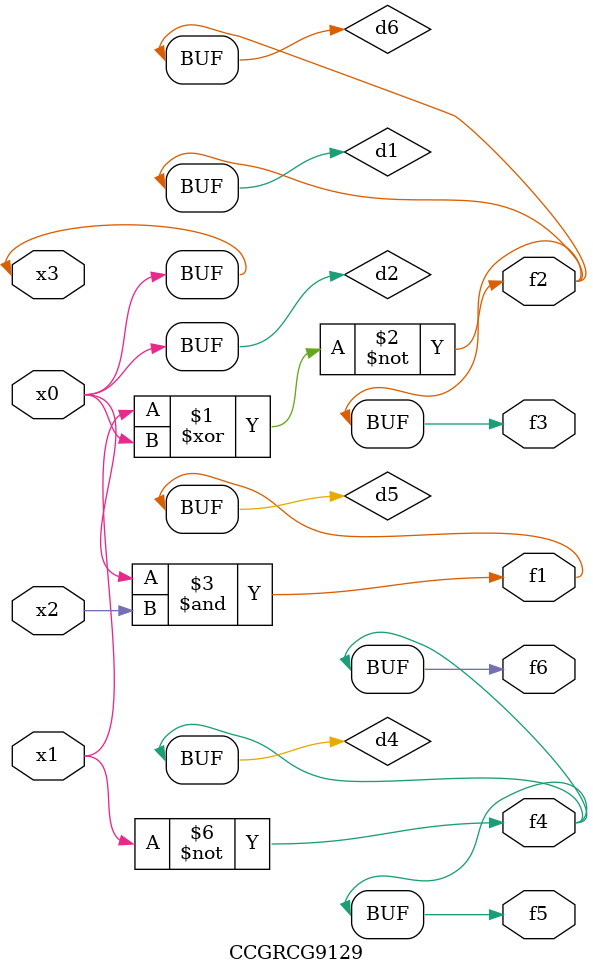
<source format=v>
module CCGRCG9129(
	input x0, x1, x2, x3,
	output f1, f2, f3, f4, f5, f6
);

	wire d1, d2, d3, d4, d5, d6;

	xnor (d1, x1, x3);
	buf (d2, x0, x3);
	nand (d3, x0, x2);
	not (d4, x1);
	nand (d5, d3);
	or (d6, d1);
	assign f1 = d5;
	assign f2 = d6;
	assign f3 = d6;
	assign f4 = d4;
	assign f5 = d4;
	assign f6 = d4;
endmodule

</source>
